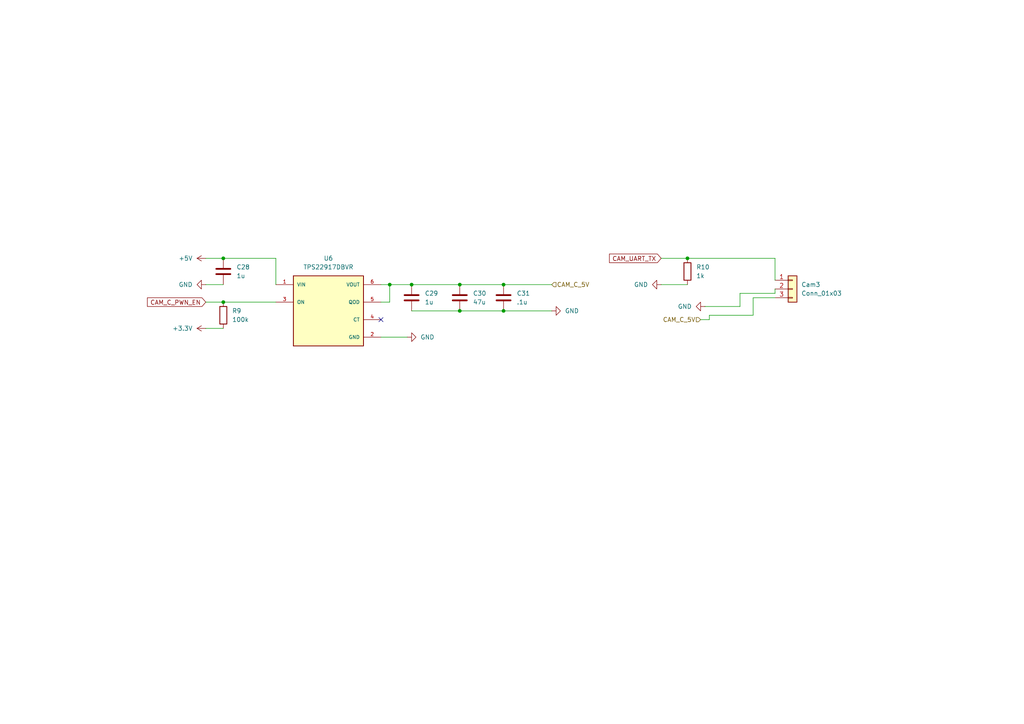
<source format=kicad_sch>
(kicad_sch (version 20250114) (generator "eeschema") (generator_version "9.0")
  (paper "A4")
  (lib_symbols
    (symbol "Connector_Generic:Conn_01x03" (pin_names (offset 1.016) (hide yes))
      (property "Reference" "J" (at 0 5.08 0))
      (property "Value" "Conn_01x03" (at 0 -5.08 0))
      (symbol "Conn_01x03_1_1"
        (rectangle (start -1.27 3.81) (end 1.27 -3.81) (stroke (width 0.254)) (fill (type background)))
        (rectangle (start -1.27 2.667) (end 0 2.413) (stroke (width 0.1524)))
        (rectangle (start -1.27 0.127) (end 0 -0.127) (stroke (width 0.1524)))
        (rectangle (start -1.27 -2.413) (end 0 -2.667) (stroke (width 0.1524)))
        (pin passive line (at -5.08 2.54 0) (length 3.81) (name "Pin_1") (number "1"))
        (pin passive line (at -5.08 0 0) (length 3.81) (name "Pin_2") (number "2"))
        (pin passive line (at -5.08 -2.54 0) (length 3.81) (name "Pin_3") (number "3"))
      )
    )
    (symbol "Device:C" (pin_numbers (hide yes)) (pin_names (offset 0.254))
      (property "Reference" "C" (at 0.635 2.54 0))
      (property "Value" "C" (at 0.635 -2.54 0))
      (symbol "C_0_1"
        (polyline (pts (xy -2.032 0.762) (xy 2.032 0.762)) (stroke (width 0.508)))
        (polyline (pts (xy -2.032 -0.762) (xy 2.032 -0.762)) (stroke (width 0.508)))
      )
      (symbol "C_1_1"
        (pin passive line (at 0 3.81 270) (length 2.794) (name "~") (number "1"))
        (pin passive line (at 0 -3.81 90) (length 2.794) (name "~") (number "2"))
      )
    )
    (symbol "Device:R" (pin_numbers (hide yes)) (pin_names (offset 0))
      (property "Reference" "R" (at 2.032 0 90))
      (property "Value" "R" (at 0 0 90))
      (symbol "R_0_1"
        (rectangle (start -1.016 -2.54) (end 1.016 2.54) (stroke (width 0.254)))
      )
      (symbol "R_1_1"
        (pin passive line (at 0 3.81 270) (length 1.27) (name "~") (number "1"))
        (pin passive line (at 0 -3.81 90) (length 1.27) (name "~") (number "2"))
      )
    )
    (symbol "TPS22917DBVR:TPS22917DBVR" (pin_names (offset 1.016))
      (property "Reference" "U" (at -10.16 10.922 0))
      (property "Value" "TPS22917DBVR" (at -10.16 -12.7 0))
      (symbol "TPS22917DBVR_0_0"
        (rectangle (start -10.16 -10.16) (end 10.16 10.16) (stroke (width 0.254)) (fill (type background)))
        (pin input line (at -15.24 7.62 0) (length 5.08) (name "VIN") (number "1"))
        (pin input line (at -15.24 2.54 0) (length 5.08) (name "ON") (number "3"))
        (pin output line (at 15.24 7.62 180) (length 5.08) (name "VOUT") (number "6"))
        (pin output line (at 15.24 2.54 180) (length 5.08) (name "QOD") (number "5"))
        (pin output line (at 15.24 -2.54 180) (length 5.08) (name "CT") (number "4"))
        (pin power_in line (at 15.24 -7.62 180) (length 5.08) (name "GND") (number "2"))
      )
    )
    (symbol "power:+3.3V" (power) (pin_numbers (hide yes)) (pin_names (offset 0) (hide yes))
      (property "Value" "+3.3V" (at 0 3.556 0))
      (symbol "+3.3V_0_1"
        (polyline (pts (xy -0.762 1.27) (xy 0 2.54)))
        (polyline (pts (xy 0 2.54) (xy 0.762 1.27)))
        (polyline (pts (xy 0 0) (xy 0 2.54)))
      )
      (symbol "+3.3V_1_1"
        (pin power_in line (at 0 0 90) (length 0) (name "~") (number "1"))
      )
    )
    (symbol "power:+5V" (power) (pin_numbers (hide yes)) (pin_names (offset 0) (hide yes))
      (property "Value" "+5V" (at 0 3.556 0))
      (symbol "+5V_0_1"
        (polyline (pts (xy -0.762 1.27) (xy 0 2.54)))
        (polyline (pts (xy 0 2.54) (xy 0.762 1.27)))
        (polyline (pts (xy 0 0) (xy 0 2.54)))
      )
      (symbol "+5V_1_1"
        (pin power_in line (at 0 0 90) (length 0) (name "~") (number "1"))
      )
    )
    (symbol "power:GND" (power) (pin_numbers (hide yes)) (pin_names (offset 0) (hide yes))
      (property "Value" "GND" (at 0 -3.81 0))
      (symbol "GND_0_1"
        (polyline (pts (xy 0 0) (xy 0 -1.27) (xy 1.27 -1.27) (xy 0 -2.54) (xy -1.27 -1.27) (xy 0 -1.27)))
      )
      (symbol "GND_1_1"
        (pin power_in line (at 0 0 270) (length 0) (name "~") (number "1"))
      )
    )
  )
  (junction (at 146.05 90.17))
  (junction (at 133.35 90.17))
  (junction (at 64.77 74.93))
  (junction (at 146.05 82.55))
  (junction (at 64.77 87.63))
  (junction (at 119.38 82.55))
  (junction (at 113.03 82.55))
  (junction (at 133.35 82.55))
  (junction (at 199.39 74.93))
  (no_connect (at 110.49 92.71))
  (wire (pts (xy 80.01 74.93) (xy 80.01 82.55)))
  (wire (pts (xy 59.69 95.25) (xy 64.77 95.25)))
  (wire (pts (xy 205.74 92.71) (xy 205.74 91.44)))
  (wire (pts (xy 224.79 74.93) (xy 224.79 81.28)))
  (wire (pts (xy 214.63 85.09) (xy 214.63 88.9)))
  (wire (pts (xy 59.69 74.93) (xy 64.77 74.93)))
  (wire (pts (xy 218.44 91.44) (xy 218.44 86.36)))
  (wire (pts (xy 224.79 83.82) (xy 224.79 85.09)))
  (wire (pts (xy 110.49 97.79) (xy 118.11 97.79)))
  (wire (pts (xy 64.77 74.93) (xy 80.01 74.93)))
  (wire (pts (xy 203.2 92.71) (xy 205.74 92.71)))
  (wire (pts (xy 191.77 82.55) (xy 199.39 82.55)))
  (wire (pts (xy 119.38 90.17) (xy 133.35 90.17)))
  (wire (pts (xy 218.44 86.36) (xy 224.79 86.36)))
  (wire (pts (xy 146.05 90.17) (xy 160.02 90.17)))
  (wire (pts (xy 133.35 90.17) (xy 146.05 90.17)))
  (wire (pts (xy 110.49 87.63) (xy 113.03 87.63)))
  (wire (pts (xy 205.74 91.44) (xy 218.44 91.44)))
  (wire (pts (xy 214.63 85.09) (xy 224.79 85.09)))
  (wire (pts (xy 119.38 82.55) (xy 133.35 82.55)))
  (wire (pts (xy 204.47 88.9) (xy 214.63 88.9)))
  (wire (pts (xy 110.49 82.55) (xy 113.03 82.55)))
  (wire (pts (xy 59.69 82.55) (xy 64.77 82.55)))
  (wire (pts (xy 199.39 74.93) (xy 224.79 74.93)))
  (wire (pts (xy 191.77 74.93) (xy 199.39 74.93)))
  (wire (pts (xy 133.35 82.55) (xy 146.05 82.55)))
  (wire (pts (xy 64.77 87.63) (xy 80.01 87.63)))
  (wire (pts (xy 113.03 82.55) (xy 119.38 82.55)))
  (wire (pts (xy 113.03 87.63) (xy 113.03 82.55)))
  (wire (pts (xy 59.69 87.63) (xy 64.77 87.63)))
  (wire (pts (xy 146.05 82.55) (xy 160.02 82.55)))
  (label "" (at 123.19 82.55 0))
  (global_label "CAM_C_PWN_EN" (shape input) (at 59.69 87.63 180) (property "Intersheetrefs" "${INTERSHEET_REFS}" (effects (hide yes))))
  (global_label "CAM_UART_TX" (shape input) (at 191.77 74.93 180) (property "Intersheetrefs" "${INTERSHEET_REFS}" (effects (hide yes))))
  (hierarchical_label "CAM_C_5V" (shape input) (at 203.2 92.71 180))
  (hierarchical_label "CAM_C_5V" (shape input) (at 160.02 82.55 0))
  (symbol (lib_id "Device:C") (at 64.77 78.74 0) (unit 1)
    (property "Reference" "C28" (at 68.58 77.4699 0) (effects (justify left)))
    (property "Value" "1u" (at 68.58 80.0099 0) (effects (justify left)))
    (property "Footprint" "Capacitor_SMD:C_0805_2012Metric_Pad1.18x1.45mm_HandSolder" (effects (hide yes)))
    (property "Description" "Unpolarized capacitor" (effects (hide yes)))
  )
  (symbol (lib_id "power:GND") (at 204.47 88.9 270) (unit 1)
    (property "Reference" "#PWR040" (effects (hide yes)))
    (property "Value" "GND" (at 200.66 88.8999 90) (effects (justify right)))
    (property "Description" "Power symbol creates a global label with name \"GND\" , ground" (effects (hide yes)))
  )
  (symbol (lib_id "power:GND") (at 191.77 82.55 270) (unit 1)
    (property "Reference" "#PWR039" (effects (hide yes)))
    (property "Value" "GND" (at 187.96 82.5499 90) (effects (justify right)))
    (property "Description" "Power symbol creates a global label with name \"GND\" , ground" (effects (hide yes)))
  )
  (symbol (lib_id "Device:C") (at 133.35 86.36 0) (unit 1)
    (property "Reference" "C30" (at 137.16 85.0899 0) (effects (justify left)))
    (property "Value" "47u" (at 137.16 87.6299 0) (effects (justify left)))
    (property "Footprint" "Capacitor_SMD:C_0805_2012Metric_Pad1.18x1.45mm_HandSolder" (effects (hide yes)))
    (property "Description" "Unpolarized capacitor" (effects (hide yes)))
  )
  (symbol (lib_id "Device:C") (at 146.05 86.36 0) (unit 1)
    (property "Reference" "C31" (at 149.86 85.0899 0) (effects (justify left)))
    (property "Value" ".1u" (at 149.86 87.6299 0) (effects (justify left)))
    (property "Footprint" "Capacitor_SMD:C_0805_2012Metric_Pad1.18x1.45mm_HandSolder" (effects (hide yes)))
    (property "Description" "Unpolarized capacitor" (effects (hide yes)))
  )
  (symbol (lib_id "Device:C") (at 119.38 86.36 0) (unit 1)
    (property "Reference" "C29" (at 123.19 85.0899 0) (effects (justify left)))
    (property "Value" "1u" (at 123.19 87.6299 0) (effects (justify left)))
    (property "Footprint" "Capacitor_SMD:C_0805_2012Metric_Pad1.18x1.45mm_HandSolder" (effects (hide yes)))
    (property "Description" "Unpolarized capacitor" (effects (hide yes)))
  )
  (symbol (lib_id "power:GND") (at 118.11 97.79 90) (unit 1)
    (property "Reference" "#PWR037" (effects (hide yes)))
    (property "Value" "GND" (at 121.92 97.7899 90) (effects (justify right)))
    (property "Description" "Power symbol creates a global label with name \"GND\" , ground" (effects (hide yes)))
  )
  (symbol (lib_id "TPS22917DBVR:TPS22917DBVR") (at 95.25 90.17 0) (unit 1)
    (property "Reference" "U6" (at 95.25 74.93 0))
    (property "Value" "TPS22917DBVR" (at 95.25 77.47 0))
    (property "Footprint" "myFootprints:SOT95P280X145-6N" (effects (hide yes)))
    (property "PARTREV" "B" (effects (hide yes)))
    (property "STANDARD" "IPC 7351B" (effects (hide yes)))
    (property "MAXIMUM_PACKAGE_HEIGHT" "1.45mm" (effects (hide yes)))
    (property "MANUFACTURER" "Texas Instruments" (effects (hide yes)))
  )
  (symbol (lib_id "power:+3.3V") (at 59.69 95.25 90) (unit 1)
    (property "Reference" "#PWR027" (effects (hide yes)))
    (property "Value" "+3.3V" (at 55.88 95.2499 90) (effects (justify left)))
    (property "Description" "Power symbol creates a global label with name \"+3.3V\"" (effects (hide yes)))
  )
  (symbol (lib_id "power:GND") (at 59.69 82.55 270) (unit 1)
    (property "Reference" "#PWR035" (effects (hide yes)))
    (property "Value" "GND" (at 55.88 82.5499 90) (effects (justify right)))
    (property "Description" "Power symbol creates a global label with name \"GND\" , ground" (effects (hide yes)))
  )
  (symbol (lib_id "Device:R") (at 199.39 78.74 0) (unit 1)
    (property "Reference" "R10" (at 201.93 77.4699 0) (effects (justify left)))
    (property "Value" "1k" (at 201.93 80.0099 0) (effects (justify left)))
    (property "Footprint" "Resistor_SMD:R_0805_2012Metric_Pad1.20x1.40mm_HandSolder" (effects (hide yes)))
    (property "Description" "Resistor" (effects (hide yes)))
  )
  (symbol (lib_id "Connector_Generic:Conn_01x03") (at 229.87 83.82 0) (unit 1)
    (property "Reference" "Cam3" (at 232.41 82.5499 0) (effects (justify left)))
    (property "Value" "Conn_01x03" (at 232.41 85.0899 0) (effects (justify left)))
    (property "Footprint" "Connector_JST:JST_PH_B3B-PH-K_1x03_P2.00mm_Vertical" (effects (hide yes)))
    (property "Description" "Generic connector, single row, 01x03, script generated (kicad-library-utils/schlib/autogen/connector/)" (effects (hide yes)))
  )
  (symbol (lib_id "Device:R") (at 64.77 91.44 0) (unit 1)
    (property "Reference" "R9" (at 67.31 90.1699 0) (effects (justify left)))
    (property "Value" "100k" (at 67.31 92.7099 0) (effects (justify left)))
    (property "Footprint" "Resistor_SMD:R_0805_2012Metric_Pad1.20x1.40mm_HandSolder" (effects (hide yes)))
    (property "Description" "Resistor" (effects (hide yes)))
  )
  (symbol (lib_id "power:+5V") (at 59.69 74.93 90) (unit 1)
    (property "Reference" "#PWR025" (effects (hide yes)))
    (property "Value" "+5V" (at 55.88 74.9299 90) (effects (justify left)))
    (property "Description" "Power symbol creates a global label with name \"+5V\"" (effects (hide yes)))
  )
  (symbol (lib_id "power:GND") (at 160.02 90.17 90) (unit 1)
    (property "Reference" "#PWR038" (effects (hide yes)))
    (property "Value" "GND" (at 163.83 90.1699 90) (effects (justify right)))
    (property "Description" "Power symbol creates a global label with name \"GND\" , ground" (effects (hide yes)))
  )
)
</source>
